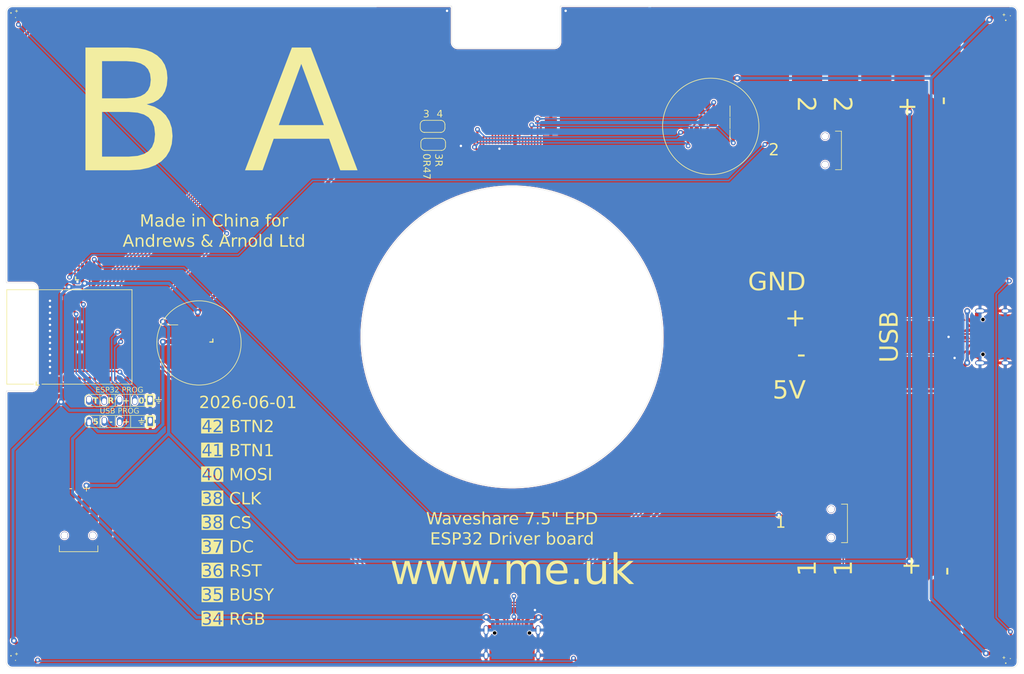
<source format=kicad_pcb>
(kicad_pcb (version 20221018) (generator pcbnew)
  (title_block (title "EPD75") (rev "1") (company "Adrian Kennard, Andrews & Arnold Ltd"))
  (layers (0 "F.Cu" signal) (31 "B.Cu" signal) (34 "B.Paste" user) (35 "F.Paste" user) (36 "B.SilkS" user "B.Silkscreen") (37 "F.SilkS" user "F.Silkscreen") (38 "B.Mask" user) (39 "F.Mask" user) (44 "Edge.Cuts" user))
  (property "DATE" "2023-06-02")
  (net 0 "")
  (net 1 "GND")
  (net 4 "DC")
  (net 6 "Net-(U4-EN)")
  (net 8 "BTN2")
  (net 9 "BTN1")
  (net 14 "Net-(D4-O)")
  (net 16 "+3.3V")
  (net 26 "Net-(J2-0)")
  (net 27 "Net-(J2-Rx)")
  (net 28 "Net-(J2-Tx)")
  (net 29 "D-")
  (net 30 "D+")
  (net 31 "Net-(J1-Pin_24)")
  (net 32 "Net-(D1-A)")
  (net 33 "Net-(J1-Pin_22)")
  (net 34 "Net-(D2-K)")
  (net 35 "Net-(J1-Pin_20)")
  (net 36 "Net-(J1-Pin_19)")
  (net 37 "Net-(J1-Pin_18)")
  (net 38 "Net-(J1-Pin_5)")
  (net 39 "Net-(J1-Pin_4)")
  (net 40 "Net-(D2-A)")
  (net 41 "Net-(D1-K)")
  (net 42 "Net-(J1-Pin_2)")
  (net 43 "Net-(J1-Pin_3)")
  (net 47 "BUSY")
  (net 48 "RST")
  (net 49 "CS")
  (net 50 "CLK")
  (net 51 "MOSI")
  (net 52 "RGB")
  (net 53 "Net-(D5-O)")
  (net 54 "Net-(D10-I)")
  (net 55 "Net-(J1-Pin_8)")
  (net 56 "Net-(J5-CC1)")
  (net 58 "Net-(J5-CC2)")
  (net 60 "Net-(J7-CC1)")
  (net 62 "Net-(J7-CC2)")
  (net 64 "Net-(J4-Pin_2)")
  (net 65 "Net-(J6-Pin_2)")
  (net 66 "Net-(JP2-B)")
  (net 67 "Net-(JP2-A)")
  (net 70 "PWR")
  (net 71 "VBUS")
  (footprint "RevK:C_0402" (layer "F.Cu") (at 99.5 70.2 -90)
    (fp_text reference "C14" hide)
    (fp_text value "100nF 50V" hide)
  )
  (footprint "RevK:C_0402" (layer "F.Cu") (at 104.9 70.2 -90)
    (fp_text reference "C3" hide)
    (fp_text value "1uF 50V" hide)
  )
  (footprint "RevK:C_0402" (layer "F.Cu") (at 24 109 180)
    (fp_text reference "C2" hide)
    (fp_text value "100nF" hide)
  )
  (footprint "RevK:R_0402_" (layer "F.Cu") (at 48.2 97.4)
    (fp_text reference "R9" hide)
    (fp_text value "124k" hide)
  )
  (footprint "RevK:C_0402" (layer "F.Cu") (at 104 70.2 -90)
    (fp_text reference "C4" hide)
    (fp_text value "1uF 50V" hide)
  )
  (footprint "RevK:C_0402" (layer "F.Cu") (at 102.2 70.2 -90)
    (fp_text reference "C11" hide)
    (fp_text value "1uF 50V" hide)
  )
  (footprint "RevK:R_0402" (layer "F.Cu") (at 26.7 88.9 90)
    (fp_text reference "R6" hide)
    (fp_text value "100R" hide)
  )
  (footprint "RevK:SolderPad" (layer "F.Cu") (at 166 55 180)
    (fp_text reference "P8" hide)
    (fp_text value "+" hide)
  )
  (footprint "RevK:ESP32-S3-MINI-1" (layer "F.Cu") (at 29 100 90)
    (fp_text reference "U4" hide)
    (fp_text value "ESP32-S3-MINI-1" hide)
  )
  (footprint "RevK:D_SOD-123" (layer "F.Cu") (at 43.6 99.1 -90)
    (fp_text reference "D6" hide)
    (fp_text value "D")
  )
  (footprint "RevK:SolderPad" (layer "F.Cu") (at 155 145)
    (fp_text reference "P6" hide)
    (fp_text value "1" hide)
  )
  (footprint "RevK:C_0603" (layer "F.Cu") (at 26.225 109)
    (fp_text reference "C5" hide)
    (fp_text value "22uF")
  )
  (footprint "RevK:SOT-323_SC-70-3" (layer "F.Cu") (at 129.75 66.25 -90)
    (fp_text reference "Q1" hide)
    (fp_text value "DMG1012T" hide)
  )
  (footprint "RevK:C_0402" (layer "F.Cu") (at 103.1 70.2 -90)
    (fp_text reference "C7" hide)
    (fp_text value "1uF 50V" hide)
  )
  (footprint "RevK:SolderPad" (layer "F.Cu") (at 155 109 90)
    (fp_text reference "P12" hide)
    (fp_text value "5V" hide)
  )
  (footprint "RevK:R_0402" (layer "F.Cu") (at 25.5 91 180)
    (fp_text reference "R3" hide)
    (fp_text value "10K" hide)
  )
  (footprint "RevK:C_0603_" (layer "F.Cu") (at 48.2 101.3)
    (fp_text reference "C10" hide)
    (fp_text value "100nF")
  )
  (footprint "RevK:PTSM-HH-2-RA-SMD" (layer "F.Cu") (at 153 131 90)
    (fp_text reference "J4" hide)
    (fp_text value "BTN1")
  )
  (footprint "RevK:C_0402" (layer "F.Cu") (at 19.1 153.4 -90)
    (fp_text reference "C26" hide)
    (fp_text value "100nF" hide)
  )
  (footprint "RevK:PTSM-HH-2-RA-SMD" (layer "F.Cu") (at 152 69 90)
    (fp_text reference "J6" hide)
    (fp_text value "BTN2")
  )
  (footprint "RevK:C_0402" (layer "F.Cu") (at 132 66.25 90)
    (fp_text reference "C17" hide)
    (fp_text value "4.7uF" hide)
  )
  (footprint "RevK:SolderPad" (layer "F.Cu") (at 149 145)
    (fp_text reference "P2" hide)
    (fp_text value "1" hide)
  )
  (footprint "RevK:C_0603_" (layer "F.Cu") (at 50.7 100.6 90)
    (fp_text reference "C9" hide)
    (fp_text value "10uF 6.3V")
  )
  (footprint "RevK:C_0402" (layer "F.Cu") (at 101.3 70.2 -90)
    (fp_text reference "C12" hide)
    (fp_text value "1uF 50V" hide)
  )
  (footprint "RevK:SolderPad" (layer "F.Cu") (at 149 55 180)
    (fp_text reference "P1" hide)
    (fp_text value "2" hide)
  )
  (footprint "RevK:USB-C-Socket-H" (layer "F.Cu") (at 100 150.6)
    (fp_text reference "J5" hide)
    (fp_text value "USB-C-Socket-V")
  )
  (footprint "RevK:C_0402" (layer "F.Cu") (at 105.8 70.2 -90)
    (fp_text reference "C1" hide)
    (fp_text value "1uF 50V" hide)
  )
  (footprint "RevK:SolderPad" (layer "F.Cu") (at 172 145)
    (fp_text reference "P3" hide)
    (fp_text value "-" hide)
  )
  (footprint "RevK:SMD1010" (layer "F.Cu") (at 182.425 46.575 90)
    (fp_text reference "D5" hide)
    (fp_text value "XL-1010RGBC-WS2812B" hide)
  )
  (footprint "RevK:C_0402" (layer "F.Cu") (at 25.8 88.9 -90)
    (fp_text reference "C21" hide)
    (fp_text value "33pF" hide)
  )
  (footprint "RevK:R_0402" (layer "F.Cu") (at 95 70.2 90)
    (fp_text reference "R2" hide)
    (fp_text value "10K" hide)
  )
  (footprint "RevK:SolderJumper3" (layer "F.Cu") (at 86.8 65 180)
    (fp_text reference "JP1" hide)
    (fp_text value "SolderJumper_3_Bridged12")
  )
  (footprint "RevK:SolderJumper3" (layer "F.Cu") (at 86.9 68)
    (fp_text reference "JP2" hide)
    (fp_text value "SolderJumper_3_Bridged12")
  )
  (footprint "RevK:R_0402" (layer "F.Cu") (at 101.8 146.1 90)
    (fp_text reference "R13" hide)
    (fp_text value "5k1" hide)
  )
  (footprint "RevK:R_0402" (layer "F.Cu") (at 175.1 101.7 180)
    (fp_text reference "R4" hide)
    (fp_text value "5k1" hide)
  )
  (footprint "RevK:D_SOD-123" (layer "F.Cu") (at 135.1 66.5 180)
    (fp_text reference "D2" hide)
    (fp_text value "1N5819W")
  )
  (footprint "RevK:C_0402" (layer "F.Cu") (at 180.9 153.4 -90)
    (fp_text reference "C25" hide)
    (fp_text value "100nF" hide)
  )
  (footprint "RevK:C_0402" (layer "F.Cu") (at 100.4 70.2 -90)
    (fp_text reference "C13" hide)
    (fp_text value "1uF 50V" hide)
  )
  (footprint "RevK:SMD1010" (layer "F.Cu") (at 17.575 153.425)
    (fp_text reference "D10" hide)
    (fp_text value "XL-1010RGBC-WS2812B" hide)
  )
  (footprint "RevK:R_0402" (layer "F.Cu") (at 175.2 98.1 180)
    (fp_text reference "R5" hide)
    (fp_text value "5k1" hide)
  )
  (footprint "RevK:SolderPad" (layer "F.Cu") (at 155 103 90)
    (fp_text reference "P11" hide)
    (fp_text value "-" hide)
  )
  (footprint "RevK:R_0402" (layer "F.Cu") (at 98.6 146.1 90)
    (fp_text reference "R12" hide)
    (fp_text value "5k1" hide)
  )
  (footprint "RevK:L_4x4_" (layer "F.Cu") (at 48.2 103.9)
    (fp_text reference "L2" hide)
    (fp_text value "10uH")
  )
  (footprint "RevK:R_0402" (layer "F.Cu") (at 30.4 88.9 -90)
    (fp_text reference "R7" hide)
    (fp_text value "100R" hide)
  )
  (footprint "RevK:C_0402" (layer "F.Cu") (at 19 46.6 -90)
    (fp_text reference "C19" hide)
    (fp_text value "100nF" hide)
  )
  (footprint "RevK:PTSM-HH-2-RA-SMD" (layer "F.Cu") (at 28 133)
    (fp_text reference "J8" hide)
    (fp_text value "PWR")
  )
  (footprint "RevK:C_0402" (layer "F.Cu") (at 95.9 70.2 -90)
    (fp_text reference "C16" hide)
    (fp_text value "1uF 50V" hide)
  )
  (footprint "RevK:R_0402_" (layer "F.Cu") (at 46.4 97.4)
    (fp_text reference "R11" hide)
    (fp_text value "1M" hide)
  )
  (footprint "RevK:SolderPad" (layer "F.Cu") (at 155 55 180)
    (fp_text reference "P5" hide)
    (fp_text value "2" hide)
  )
  (footprint "RevK:R_0402" (layer "F.Cu") (at 84.3 68 90)
    (fp_text reference "R1" hide)
    (fp_text value "0.47R" hide)
  )
  (footprint "RevK:C_0402" (layer "F.Cu") (at 96.8 70.2 -90)
    (fp_text reference "C15" hide)
    (fp_text value "1uF 50V" hide)
  )
  (footprint "RevK:SolderPad" (layer "F.Cu") (at 166 145)
    (fp_text reference "P7" hide)
    (fp_text value "+" hide)
  )
  (footprint "RevK:C_0603_" (layer "F.Cu") (at 45.7 100.6 90)
    (fp_text reference "C8" hide)
    (fp_text value "10uF 50V")
  )
  (footprint "RevK:SolderPad" (layer "F.Cu") (at 155 97 90)
    (fp_text reference "P10" hide)
    (fp_text value "+" hide)
  )
  (footprint "RevK:XUNPU-FPC-05FB-24PH20" (layer "F.Cu") (at 99 66 180)
    (fp_text reference "J1" hide)
    (fp_text value "Conn_01x26")
  )
  (footprint "RevK:D_SOD-123" (layer "F.Cu") (at 135.1 64.5 180)
    (fp_text reference "D3" hide)
    (fp_text value "1N5819W")
  )
  (footprint "RevK:R_0402" (layer "F.Cu") (at 89.5 68 -90)
    (fp_text reference "R8" hide)
    (fp_text value "3R" hide)
  )
  (footprint "RevK:SMD1010" (layer "F.Cu") (at 182.425 153.425 90)
    (fp_text reference "D9" hide)
    (fp_text value "XL-1010RGBC-WS2812B" hide)
  )
  (footprint "RevK:R_0402_" (layer "F.Cu") (at 50.1 97.4)
    (fp_text reference "R10" hide)
    (fp_text value "39k2" hide)
  )
  (footprint "RevK:C_0402" (layer "F.Cu") (at 98.6 70.2 90)
    (fp_text reference "C18" hide)
    (fp_text value "10uF" hide)
  )
  (footprint "RevK:SOT-23-6-MD8942" (layer "F.Cu") (at 48.2 99.3)
    (fp_text reference "U3" hide)
    (fp_text value "MD8942")
  )
  (footprint "RevK:SMD1010" (layer "F.Cu") (at 17.575 46.575)
    (fp_text reference "D4" hide)
    (fp_text value "XL-1010RGBC-WS2812B" hide)
  )
  (footprint "RevK:USB-C-Socket-H" (layer "F.Cu") (at 179.6 100 90)
    (fp_text reference "J7" hide)
    (fp_text value "USB-C-Socket-V")
  )
  (footprint "RevK:C_0402" (layer "F.Cu") (at 180.9 46.5 -90)
    (fp_text reference "C24" hide)
    (fp_text value "100nF" hide)
  )
  (footprint "RevK:SolderPad" (layer "F.Cu") (at 172 55 180)
    (fp_text reference "P4" hide)
    (fp_text value "-" hide)
  )
  (footprint "RevK:SolderPad" (layer "F.Cu") (at 155 91 90)
    (fp_text reference "P9" hide)
    (fp_text value "GND" hide)
  )
  (footprint "RevK:USB-PROG" (layer "F.Cu") (at 34.82 114.05)
    (fp_text reference "J3" hide)
    (fp_text value "USB-PROG" hide)
  )
  (footprint "RevK:L_0805" (layer "F.Cu") (at 131.5 63.5 90)
    (fp_text reference "L1" hide)
    (fp_text value "68uH")
  )
  (footprint "RevK:D_SOD-123" (layer "F.Cu") (at 135.1 62.5 180)
    (fp_text reference "D1" hide)
    (fp_text value "1N5819W")
  )
  (footprint "RevK:SOT-363_SC-70-6" (layer "F.Cu") (at 28.65 88.95 90)
    (fp_text reference "D7" hide)
    (fp_text value "BAV99S")
  )
  (footprint "RevK:C_0402" (layer "F.Cu") (at 23.5 91 180)
    (fp_text reference "C6" hide)
    (fp_text value "1uF" hide)
  )
  (footprint "RevK:Shelly" (layer "F.Cu") (at 34.8 110.55)
    (fp_text reference "J2" hide)
    (fp_text value "Shelly" hide)
  )
  (footprint "RevK:C_0402" (layer "F.Cu") (at 31.4 88.9 90)
    (fp_text reference "C22" hide)
    (fp_text value "33pF" hide)
  )
  (gr_circle (center 48 101) (end 55 101) (stroke (width 0.12)) (fill none) (layer "F.SilkS"))
  (gr_circle (center 133 65) (end 141 65) (stroke (width 0.12)) (fill none) (layer "F.SilkS"))
  (gr_arc (start 16 46) (mid 16.292893 45.292893) (end 17 45) (stroke (width 0.05)) (layer "Edge.Cuts"))
  (gr_line (start 90 45) (end 90 51) (stroke (width 0.05)) (layer "Edge.Cuts"))
  (gr_line (start 21.2 92) (end 21.2 108) (stroke (width 0.05)) (layer "Edge.Cuts"))
  (gr_line (start 17 45) (end 90 45) (stroke (width 0.05)) (layer "Edge.Cuts"))
  (gr_line (start 183 155) (end 17 155) (stroke (width 0.05)) (layer "Edge.Cuts"))
  (gr_line (start 91 52) (end 107 52) (stroke (width 0.05)) (layer "Edge.Cuts"))
  (gr_line (start 16 91) (end 20.2 91) (stroke (width 0.05)) (layer "Edge.Cuts"))
  (gr_line (start 108 45) (end 183 45) (stroke (width 0.05)) (layer "Edge.Cuts"))
  (gr_line (start 184 46) (end 184 154) (stroke (width 0.05)) (layer "Edge.Cuts"))
  (gr_arc (start 184 154) (mid 183.707107 154.707107) (end 183 155) (stroke (width 0.05)) (layer "Edge.Cuts"))
  (gr_arc (start 20.2 91) (mid 20.907107 91.292893) (end 21.2 92) (stroke (width 0.05)) (layer "Edge.Cuts"))
  (gr_line (start 16 154) (end 16 109) (stroke (width 0.05)) (layer "Edge.Cuts"))
  (gr_arc (start 108 51) (mid 107.707107 51.707107) (end 107 52) (stroke (width 0.05)) (layer "Edge.Cuts"))
  (gr_arc (start 91 52) (mid 90.292893 51.707107) (end 90 51) (stroke (width 0.05)) (layer "Edge.Cuts"))
  (gr_circle (center 100 100) (end 125 100) (stroke (width 0.05)) (fill none) (layer "Edge.Cuts"))
  (gr_line (start 108 51) (end 108 45) (stroke (width 0.05)) (layer "Edge.Cuts"))
  (gr_line (start 20.2 109) (end 16 109) (stroke (width 0.05)) (layer "Edge.Cuts"))
  (gr_arc (start 21.2 108) (mid 20.907107 108.707107) (end 20.2 109) (stroke (width 0.05)) (layer "Edge.Cuts"))
  (gr_arc (start 17 155) (mid 16.292893 154.707107) (end 16 154) (stroke (width 0.05)) (layer "Edge.Cuts"))
  (gr_arc (start 183 45) (mid 183.707107 45.292893) (end 184 46) (stroke (width 0.05)) (layer "Edge.Cuts"))
  (gr_line (start 16 91) (end 16 46) (stroke (width 0.05)) (layer "Edge.Cuts"))
  (gr_text "3" (at 85.75 63) (layer "F.SilkS") (effects (font (size 1.2 1.2))))
  (gr_text "40" (at 52 123) (layer "F.SilkS" knockout) (effects (font (size 2 2)) (justify right)))
  (gr_text "38" (at 52 131) (layer "F.SilkS" knockout) (effects (font (size 2 2)) (justify right)))
  (gr_text "3R" (at 87.75 69.5 -90) (layer "F.SilkS") (effects (font (size 1.2 1.2)) (justify left)))
  (gr_text "BTN2" (at 53 115) (layer "F.SilkS") (effects (font (size 2 2)) (justify left)))
  (gr_text "4" (at 88 63) (layer "F.SilkS") (effects (font (size 1.2 1.2))))
  (gr_text "34" (at 52 147) (layer "F.SilkS" knockout) (effects (font (size 2 2)) (justify right)))
  (gr_text "41" (at 52 119) (layer "F.SilkS" knockout) (effects (font (size 2 2)) (justify right)))
  (gr_text "A" (at 65 64) (layer "F.SilkS") (effects (font (size 20 20))))
  (gr_text "BTN1" (at 53 119) (layer "F.SilkS") (effects (font (size 2 2)) (justify left)))
  (gr_text "${CURRENT_DATE}" (at 48 111) (layer "F.SilkS") (effects (font (size 2 2)) (justify left)))
  (gr_text "BUSY" (at 53 143) (layer "F.SilkS") (effects (font (size 2 2)) (justify left)))
  (gr_text "0R47" (at 85.75 69.5 -90) (layer "F.SilkS") (effects (font (size 1.2 1.2)) (justify left)))
  (gr_text "CS" (at 53 131) (layer "F.SilkS") (effects (font (size 2 2)) (justify left)))
  (gr_text "38" (at 52 127) (layer "F.SilkS" knockout) (effects (font (size 2 2)) (justify right)))
  (gr_text "1" (at 144.6 130.9) (layer "F.SilkS") (effects (font (size 2 2))))
  (gr_text "36" (at 52 139) (layer "F.SilkS" knockout) (effects (font (size 2 2)) (justify right)))
  (gr_text "CLK" (at 53 127) (layer "F.SilkS") (effects (font (size 2 2)) (justify left)))
  (gr_text "35" (at 52 143) (layer "F.SilkS" knockout) (effects (font (size 2 2)) (justify right)))
  (gr_text "DC" (at 53 135) (layer "F.SilkS") (effects (font (size 2 2)) (justify left)))
  (gr_text "MOSI" (at 53 123) (layer "F.SilkS") (effects (font (size 2 2)) (justify left)))
  (gr_text "+" (at 29.3 125.2) (layer "F.SilkS") (effects (font (size 1.2 1.2))))
  (gr_text "USB" (at 162.8 100 90) (layer "F.SilkS") (effects (font (size 3 3))))
  (gr_text "RGB" (at 53 147) (layer "F.SilkS") (effects (font (size 2 2)) (justify left)))
  (gr_text "2" (at 143.5 69) (layer "F.SilkS") (effects (font (size 2 2))))
  (gr_text "Waveshare 7.5{dblquote} EPD\nESP32 Driver board" (at 100 132) (layer "F.SilkS") (effects (font (size 2 2))))
  (gr_text "B" (at 36 64) (layer "F.SilkS") (effects (font (size 20 20))))
  (gr_text "Made in China for\nAndrews & Arnold Ltd" (at 50.5 82.5) (layer "F.SilkS") (effects (font (size 2 2))))
  (gr_text "42" (at 52 115) (layer "F.SilkS" knockout) (effects (font (size 2 2)) (justify right)))
  (gr_text "37" (at 52 135) (layer "F.SilkS" knockout) (effects (font (size 2 2)) (justify right)))
  (gr_text "RST" (at 53 139) (layer "F.SilkS") (effects (font (size 2 2)) (justify left)))
  (gr_text "www.me.uk" (at 100 139) (layer "F.SilkS") (effects (font (size 5 5))))
  (gr_text "-" (at 26.7 125.2) (layer "F.SilkS") (effects (font (size 1.2 1.2))))
  (segment (start 17.800001 148.8) (end 19.825 150.824999) (width 0.25) (layer "F.Cu") (net 1))
  (segment (start 88.35 64.75) (end 91.56 64.75) (width 0.25) (layer "F.Cu") (net 1))
  (segment (start 17.15 153.85) (end 16.675 153.85) (width 0.25) (layer "F.Cu") (net 1))
  (segment (start 177.72 103.78) (end 177.14 103.2) (width 0.25) (layer "F.Cu") (net 1))
  (segment (start 25.155 88.045) (end 25.85 87.35) (width 0.25) (layer "F.Cu") (net 1))
  (segment (start 25.8 89.4) (end 25.155 88.755) (width 0.25) (layer "F.Cu") (net 1))
  (segment (start 28 90.659527) (end 27.809527 90.85) (width 0.25) (layer "F.Cu") (net 1))
  (segment (start 96.26 148.14) (end 95.68 148.72) (width 0.25) (layer "F.Cu") (net 1))
  (segment (start 103.78 148.72) (end 103.2 148.14) (width 0.25) (layer "F.Cu") (net 1))
  (segment (start 104.32 148.72) (end 103.78 148.72) (width 0.25) (layer "F.Cu") (net 1))
  (segment (start 29.05 87.35) (end 29.3 87.6) (width 0.25) (layer "F.Cu") (net 1))
  (segment (start 177.72 95.68) (end 177.72 96.22) (width 0.25) (layer "F.Cu") (net 1))
  (segment (start 25.155 88.755) (end 25.155 88.045) (width 0.25) (layer "F.Cu") (net 1))
  (segment (start 28 89.9) (end 28 90.659527) (width 0.25) (layer "F.Cu") (net 1))
  (segment (start 96.8 148.14) (end 96.26 148.14) (width 0.25) (layer "F.Cu") (net 1))
  (segment (start 182.85 48.85) (end 183.3 49.3) (width 0.25) (layer "F.Cu") (net 1))
  (segment (start 16.675 153.85) (end 16.4 153.575) (width 0.25) (layer "F.Cu") (net 1))
  (segment (start 182.85 47) (end 182.85 48.85) (width 0.25) (layer "F.Cu") (net 1))
  (segment (start 182.85 153.85) (end 183.325 153.85) (width 0.25) (layer "F.Cu") (net 1))
  (segment (start 29.3 87.6) (end 29.3 88) (width 0.25) (layer "F.Cu") (net 1))
  (segment (start 25.85 87.35) (end 29.05 87.35) (width 0.25) (layer "F.Cu") (net 1))
  (segment (start 16.4 153.575) (end 16.4 150.200001) (width 0.25) (layer "F.Cu") (net 1))
  (segment (start 16.4 150.200001) (end 17.800001 148.8) (width 0.25) (layer "F.Cu") (net 1))
  (segment (start 19.825 150.824999) (end 19.825 153.175) (width 0.25) (layer "F.Cu") (net 1))
  (segment (start 183.325 153.85) (end 183.5 153.675) (width 0.25) (layer "F.Cu") (net 1))
  (segment (start 177.72 104.32) (end 177.72 103.78) (width 0.25) (layer "F.Cu") (net 1))
  (segment (start 177.72 96.22) (end 177.14 96.8) (width 0.25) (layer "F.Cu") (net 1))
  (segment (start 183.5 153.675) (end 183.5 147.7) (width 0.25) (layer "F.Cu") (net 1))
  (segment (start 19.825 153.175) (end 19.1 153.9) (width 0.25) (layer "F.Cu") (net 1))
  (via (at 108.9 45.8) (size 0.8) (drill 0.4) (layers "F.Cu" "B.Cu") (net 1))
  (via (at 172.5 100) (size 0.8) (drill 0.4) (layers "F.Cu" "B.Cu") (net 1))
  (via (at 23.25 104) (size 0.8) (drill 0.4) (layers "F.Cu" "B.Cu") (net 1))
  (via (at 23.25 97) (size 0.8) (drill 0.4) (layers "F.Cu" "B.Cu") (net 1))
  (via (at 23.25 100) (size 0.8) (drill 0.4) (layers "F.Cu" "B.Cu") (net 1))
  (via (at 23.25 94) (size 0.8) (drill 0.4) (layers "F.Cu" "B.Cu") (net 1))
  (via (at 23.25 106) (size 0.8) (drill 0.4) (layers "F.Cu" "B.Cu") (net 1))
  (via (at 103.8 145.4) (size 0.8) (drill 0.4) (layers "F.Cu" "B.Cu") (net 1))
  (via (at 173.5 103.5) (size 0.8) (drill 0.4) (layers "F.Cu" "B.Cu") (net 1))
  (via (at 89.2 45.8) (size 0.8) (drill 0.4) (layers "F.Cu" "B.Cu") (net 1))
  (via (at 23.25 99) (size 0.8) (drill 0.4) (layers "F.Cu" "B.Cu") (net 1))
  (via (at 23.25 105) (size 0.8) (drill 0.4) (layers "F.Cu" "B.Cu") (net 1))
  (via (at 23.25 102) (size 0.8) (drill 0.4) (layers "F.Cu" "B.Cu") (net 1))
  (via (at 23.25 96) (size 0.8) (drill 0.4) (layers "F.Cu" "B.Cu") (net 1))
  (via (at 23.25 101) (size 0.8) (drill 0.4) (layers "F.Cu" "B.Cu") (net 1))
  (via (at 27.809527 90.85) (size 0.8) (drill 0.4) (layers "F.Cu" "B.Cu") (net 1))
  (via (at 23.25 103) (size 0.8) (drill 0.4) (layers "F.Cu" "B.Cu") (net 1))
  (via (at 23.25 98) (size 0.8) (drill 0.4) (layers "F.Cu" "B.Cu") (net 1))
  (via (at 23.25 95) (size 0.8) (drill 0.4) (layers "F.Cu" "B.Cu") (net 1))
  (via (at 91.5 68.25) (size 0.8) (drill 0.4) (layers "F.Cu" "B.Cu") (net 1))
  (via (at 97.9 68.725) (size 0.8) (drill 0.4) (layers "F.Cu" "B.Cu") (net 1))
  (segment (start 98.25 67.3) (end 98.25 66.022792) (width 0.25) (layer "F.Cu") (net 4))
  (segment (start 33.25 91.377208) (end 33.25 93) (width 0.25) (layer "F.Cu") (net 4))
  (segment (start 62.802208 61.825) (end 94.052208 61.825) (width 0.25) (layer "F.Cu") (net 4))
  (segment (start 62.802208 61.825) (end 33.25 91.377208) (width 0.25) (layer "F.Cu") (net 4))
  (segment (start 98.25 66.022792) (end 94.052208 61.825) (width 0.25) (layer "F.Cu") (net 4))
  (segment (start 23.05 93) (end 23.05 91.95) (width 0.25) (layer "F.Cu") (net 6))
  (segment (start 24 91) (end 25 91) (width 0.25) (layer "F.Cu") (net 6))
  (segment (start 23.05 91.95) (end 24 91) (width 0.25) (layer "F.Cu") (net 6))
  (segment (start 27.4 88) (end 27.4 90.234222) (width 0.25) (layer "F.Cu") (net 8))
  (segment (start 28.25191 91.60191) (end 29 92.35) (width 0.25) (layer "F.Cu") (net 8))
  (segment (start 27.084527 91.177215) (end 27.509222 91.60191) (width 0.25) (layer "F.Cu") (net 8))
  (segment (start 27.1 88) (end 26.7 88.4) (width 0.25) (layer "F.Cu") (net 8))
  (segment (start 27.084527 90.549695) (end 27.084527 91.177215) (width 0.25) (layer "F.Cu") (net 8))
  (segment (start 27.4 90.234222) (end 27.084527 90.549695) (width 0.25) (layer "F.Cu") (net 8))
  (segment (start 27.509222 91.60191) (end 28.25191 91.60191) (width 0.25) (layer "F.Cu") (net 8))
  (segment (start 28 88) (end 27.4 88) (width 0.25) (layer "F.Cu") (net 8))
  (segment (start 27.4 88) (end 27.1 88) (width 0.25) (layer "F.Cu") (net 8))
  (segment (start 26.7 88.4) (end 25.8 88.4) (width 0.25) (layer "F.Cu") (net 8))
  (segment (start 29 92.35) (end 29 93) (width 0.25) (layer "F.Cu") (net 8))
  (segment (start 29.85 90.45) (end 29.85 93) (width 0.25) (layer "F.Cu") (net 9))
  (segment (start 29.8 89.4) (end 29.3 89.9) (width 0.25) (layer "F.Cu") (net 9))
  (segment (start 30.4 89.4) (end 29.8 89.4) (width 0.25) (layer "F.Cu") (net 9))
  (segment (start 31.4 89.4) (end 30.4 89.4) (width 0.25) (layer "F.Cu") (net 9))
  (segment (start 29.3 89.9) (end 29.85 90.45) (width 0.25) (layer "F.Cu") (net 9))
  (segment (start 182.501988 45.326988) (end 182.85 45.675) (width 0.25) (layer "F.Cu") (net 14))
  (segment (start 85.4 53.8) (end 114.725 53.8) (width 0.25) (layer "F.Cu") (net 14))
  (segment (start 182.85 45.675) (end 182.85 46.15) (width 0.25) (layer "F.Cu") (net 14))
  (segment (start 114.725 53.8) (end 123.198012 45.326988) (width 0.25) (layer "F.Cu") (net 14))
  (segment (start 17.15 46.15) (end 17.15 45.675) (width 0.25) (layer "F.Cu") (net 14))
  (segment (start 123.198012 45.326988) (end 182.501988 45.326988) (width 0.25) (layer "F.Cu") (net 14))
  (segment (start 17.32 45.505) (end 77.105 45.505) (width 0.25) (layer "F.Cu") (net 14))
  (segment (start 17.15 45.675) (end 17.32 45.505) (width 0.25) (layer "F.Cu") (net 14))
  (segment (start 77.105 45.505) (end 85.4 53.8) (width 0.25) (layer "F.Cu") (net 14))
  (segment (start 28.65 89.9) (end 28.65 90.725) (width 0.5) (layer "F.Cu") (net 16))
  (segment (start 18.1 152.9) (end 18 153) (width 0.5) (layer "F.Cu") (net 16))
  (segment (start 19 46.1) (end 19.7 46.1) (width 0.5) (layer "F.Cu") (net 16))
  (segment (start 47.8 95.9) (end 47.8 97.3) (width 0.5) (layer "F.Cu") (net 16))
  (segment (start 26 91) (end 26 90.852685) (width 0.5) (layer "F.Cu") (net 16))
  (segment (start 82.5 65) (end 81.5 66) (width 0.5) (layer "F.Cu") (net 16))
  (segment (start 182 46.15) (end 181.05 46.15) (width 0.5) (layer "F.Cu") (net 16))
  (segment (start 181 153) (end 180.9 152.9) (width 0.5) (layer "F.Cu") (net 16))
  (segment (start 19.7 46.1) (end 19.9 46.3) (width 0.5) (layer "F.Cu") (net 16))
  (segment (start 26 91) (end 26 91.3) (width 0.5) (layer "F.Cu") (net 16))
  (segment (start 107.5 57) (end 100.5 64) (width 0.5) (layer "F.Cu") (net 16))
  (segment (start 19.1 152.9) (end 18.1 152.9) (width 0.5) (layer "F.Cu") (net 16))
  (segment (start 17 81.852685) (end 17 52) (width 0.5) (layer "F.Cu") (net 16))
  (segment (start 26 90.852685) (end 17 81.852685) (width 0.5) (layer "F.Cu") (net 16))
  (segment (start 25.45 109) (end 24.5 109) (width 0.25) (layer "F.Cu") (net 16))
  (segment (start 97.198657 71.448657) (end 81.5 71.448657) (width 0.5) (layer "F.Cu") (net 16))
  (segment (start 85.5 65) (end 82.5 65) (width 0.5) (layer "F.Cu") (net 16))
  (segment (start 26 91.3) (end 26.4 91.7) (width 0.5) (layer "F.Cu") (net 16))
  (segment (start 25.45 110.45) (end 25.45 109) (width 0.5) (layer "F.Cu") (net 16))
  (segment (start 179.3 47.3) (end 180.6 46) (width 0.5) (layer "F.Cu") (net 16))
  (segment (start 100.5 68.1) (end 99.5 69.1) (width 0.5) (layer "F.Cu") (net 16))
  (segment (start 97.198657 71.448657) (end 97.57 71.077315) (width 0.5) (layer "F.Cu") (net 16))
  (segment (start 178.7 152.6) (end 180.6 152.6) (width 0.5) (layer "F.Cu") (net 16))
  (segment (start 28.659527 90.759527) (end 29 91.1) (width 0.5) (layer "F.Cu") (net 16))
  (segment (start 100.5 64) (end 100.5 67.3) (width 0.5) (layer "F.Cu") (net 16))
  (segment (start 28.65 90.725) (end 28.659527 90.734527) (width 0.5) (layer "F.Cu") (net 16))
  (segment (start 99.5 69.1) (end 99.5 69.7) (width 0.5) (layer "F.Cu") (net 16))
  (segment (start 81.5 66) (end 81.5 71.448657) (width 0.5) (layer "F.Cu") (net 16))
  (segment (start 180.6 152.6) (end 180.9 152.9) (width 0.5) (layer "F.Cu") (net 16))
  (segment (start 98.6 69.7) (end 99.5 69.7) (width 0.5) (layer "F.Cu") (net 16))
  (segment (start 180.6 46) (end 180.9 46) (width 0.5) (layer "F.Cu") (net 16))
  (segment (start 47.8 95.9) (end 72.251343 71.448657) (width 0.5) (layer "F.Cu") (net 16))
  (segment (start 181.05 46.15) (end 180.9 46) (width 0.5) (layer "F.Cu") (net 16))
  (segment (start 18 153) (end 18 151.23361) (width 0.5) (layer "F.Cu") (net 16))
  (segment (start 182 153) (end 181 153) (width 0.5) (layer "F.Cu") (net 16))
  (segment (start 18.95 46.15) (end 19 46.1) (width 0.5) (layer "F.Cu") (net 16))
  (segment (start 18 151.23361) (end 17.266559 150.500169) (width 0.5) (layer "F.Cu") (net 16))
  (segment (start 17 52) (end 19.9 49.1) (width 0.5) (layer "F.Cu") (net 16))
  (segment (start 19.9 46.3) (end 19.9 49.1) (width 0.5) (layer "F.Cu") (net 16))
  (segment (start 131.5 57) (end 107.5 57) (width 0.5) (layer "F.Cu") (net 16))
  (segment (start 137.4 57) (end 131.5 57) (width 0.5) (layer "F.Cu") (net 16))
  (segment (start 25.1 110.8) (end 25.45 110.45) (width 0.5) (layer "F.Cu") (net 16))
  (segment (start 81.5 71.448657) (end 72.251343 71.448657) (width 0.5) (layer "F.Cu") (net 16))
  (segment (start 47.8 97.3) (end 47.7 97.4) (width 0.5) (layer "F.Cu") (net 16))
  (segment (start 97.57 71.077315) (end 97.57 70.582685) (width 0.5) (layer "F.Cu") (net 16))
  (segment (start 18 46.15) (end 18.95 46.15) (width 0.5) (layer "F.Cu") (net 16))
  (segment (start 97.57 70.582685) (end 98.452685 69.7) (width 0.5) (layer "F.Cu") (net 16))
  (segment (start 24.75 108.75) (end 24.5 109) (width 0.25) (layer "F.Cu") (net 16))
  (segment (start 24.75 107) (end 24.75 108.75) (width 0.25) (layer "F.Cu") (net 16))
  (segment (start 100.5 67.3) (end 100.25 67.3) (width 0.25) (layer "F.Cu") (net 16))
  (segment (start 28.659527 90.734527) (end 28.659527 90.759527) (width 0.5) (layer "F.Cu") (net 16))
  (segment (start 131.5 62.6) (end 131.5 57) (width 0.5) (layer "F.Cu") (net 16))
  (segment (start 98.452685 69.7) (end 98.6 69.7) (width 0.5) (layer "F.Cu") (net 16))
  (segment (start 100.5 67.3) (end 100.5 68.1) (width 0.5) (layer "F.Cu") (net 16))
  (segment (start 28.65 89.9) (end 28.65 88) (width 0.5) (layer "F.Cu") (net 16))
  (segment (start 100.75 67.3) (end 100.5 67.3) (width 0.25) (layer "F.Cu") (net 16))
  (via (at 47.8 95.9) (size 1) (drill 0.5) (layers "F.Cu" "B.Cu") (net 16))
  (via (at 26.4 91.7) (size 1) (drill 0.5) (layers "F.Cu" "B.Cu") (net 16))
  (via (at 178.7 152.6) (size 1) (drill 0.5) (layers "F.Cu" "B.Cu") (net 16))
  (via (at 179.3 47.3) (size 1) (drill 0.5) (layers "F.Cu" "B.Cu") (net 16))
  (via (at 137.4 57) (size 1) (drill 0.5) (layers "F.Cu" "B.Cu") (net 16))
  (via (at 29 91.1) (size 1) (drill 0.5) (layers "F.Cu" "B.Cu") (net 16))
  (via (at 17.266559 150.500169) (size 1) (drill 0.5) (layers "F.Cu" "B.Cu") (net 16))
  (via (at 25.1 110.8) (size 1) (drill 0.5) (layers "F.Cu" "B.Cu") (net 16))
  (segment (start 17.1 118.8) (end 17.1 150.33361) (width 0.5) (layer "B.Cu") (net 16))
  (segment (start 25.1 93) (end 26.4 91.7) (width 0.5) (layer "B.Cu") (net 16))
  (segment (start 29 91.1) (end 43 91.1) (width 0.5) (layer "B.Cu") (net 16))
  (segment (start 26.5 112.2) (end 25.1 110.8) (width 0.5) (layer "B.Cu") (net 16))
  (segment (start 25.1 110.8) (end 25.1 93) (width 0.5) (layer "B.Cu") (net 16))
  (segment (start 169.6 57) (end 169.6 143.5) (width 0.5) (layer "B.Cu") (net 16))
  (segment (start 34.8 110.4) (end 33 112.2) (width 0.5) (layer "B.Cu") (net 16))
  (segment (start 17.1 150.33361) (end 17.266559 150.500169) (width 0.5) (layer "B.Cu") (net 16))
  (segment (start 169.6 57) (end 179.3 47.3) (width 0.5) (layer "B.Cu") (net 16))
  (segment (start 25.1 110.8) (end 17.1 118.8) (width 0.5) (layer "B.Cu") (net 16))
  (segment (start 33 112.2) (end 26.5 112.2) (width 0.5) (layer "B.Cu") (net 16))
  (segment (start 43 91.1) (end 47.8 95.9) (width 0.5) (layer "B.Cu") (net 16))
  (segment (start 28.4 91.7) (end 26.4 91.7) (width 0.5) (layer "B.Cu") (net 16))
  (segment (start 29 91.1) (end 28.4 91.7) (width 0.5) (layer "B.Cu") (net 16))
  (segment (start 169.6 143.5) (end 178.7 152.6) (width 0.5) (layer "B.Cu") (net 16))
  (segment (start 137.4 57) (end 169.6 57) (width 0.5) (layer "B.Cu") (net 16))
  (segment (start 26.25 105.7) (end 34.3 105.7) (width 0.25) (layer "F.Cu") (net 26))
  (segment (start 25.6 106.35) (end 26.25 105.7) (width 0.25) (layer "F.Cu") (net 26))
  (segment (start 25.6 107) (end 25.6 106.35) (width 0.25) (layer "F.Cu") (net 26))
  (segment (start 34.3 105.7) (end 34.422334 105.822334) (width 0.25) (layer "F.Cu") (net 26))
  (segment (start 34.422334 105.822334) (end 34.84764 105.822334) (width 0.25) (layer "F.Cu") (net 26))
  (via (at 34.84764 105.822334) (size 0.8) (drill 0.4) (layers "F.Cu" "B.Cu") (net 26))
  (segment (start 37.34 108.314694) (end 34.84764 105.822334) (width 0.25) (layer "B.Cu") (net 26))
  (segment (start 37.34 110.7) (end 37.34 108.314694) (width 0.25) (layer "B.Cu") (net 26))
  (segment (start 27.3 95.9) (end 27.6 96.2) (width 0.25) (layer "F.Cu") (net 27))
  (segment (start 27.3 93) (end 27.3 95.9) (width 0.25) (layer "F.Cu") (net 27))
  (via (at 27.6 96.2) (size 0.8) (drill 0.4) (layers "F.Cu" "B.Cu") (net 27))
  (segment (start 27.6 106.04) (end 32.26 110.7) (width 0.25) (layer "B.Cu") (net 27))
  (segment (start 27.6 96.2) (end 27.6 106.04) (width 0.25) (layer "B.Cu") (net 27))
  (segment (start 28.15 93) (end 28.15 93.95) (width 0.25) (layer "F.Cu") (net 28))
  (segment (start 28.15 93.95) (end 28.8 94.6) (width 0.25) (layer "F.Cu") (net 28))
  (via (at 28.8 94.6) (size 0.8) (drill 0.4) (layers "F.Cu" "B.Cu") (net 28))
  (segment (start 28.8 105.4) (end 28.8 94.6) (width 0.25) (layer "B.Cu") (net 28))
  (segment (start 33.035 109.635) (end 28.8 105.4) (width 0.25) (layer "B.Cu") (net 28))
  (segment (start 29.72 110.4) (end 30.945 111.625) (width 0.25) (layer "B.Cu") (net 28))
  (segment (start 30.945 111.625) (end 32.581016 111.625) (width 0.25) (layer "B.Cu") (net 28))
  (segment (start 32.581016 111.625) (end 33.035 111.171016) (width 0.25) (layer "B.Cu") (net 28))
  (segment (start 33.035 111.171016) (end 33.035 109.635) (width 0.25) (layer "B.Cu") (net 28))
  (segment (start 99.990685 149.035) (end 100.25 148.775685) (width 0.25) (layer "F.Cu") (net 29))
  (segment (start 81.25 144.6) (end 99.8 144.6) (width 0.25) (layer "F.Cu") (net 29))
  (segment (start 36 100) (end 36.65 100) (width 0.25) (layer "F.Cu") (net 29))
  (segment (start 155 103) (end 171.75 103) (width 0.2) (layer "F.Cu") (net 29))
  (segment (start 99.2 144.6) (end 99.8 144.6) (width 0.25) (layer "F.Cu") (net 29))
  (segment (start 147.75 103) (end 155 103) (width 0.25) (layer "F.Cu") (net 29))
  (segment (start 177.14 100.75) (end 174 100.75) (width 0.25) (layer "F.Cu") (net 29))
  (segment (start 99.25 148.86) (end 99.425 149.035) (width 0.25) (layer "F.Cu") (net 29))
  (segment (start 171.75 103) (end 174 100.75) (width 0.2) (layer "F.Cu") (net 29))
  (segment (start 99.25 148.14) (end 99.25 148.86) (width 0.25) (layer "F.Cu") (net 29))
  (segment (start 36.65 100) (end 81.25 144.6) (width 0.25) (layer "F.Cu") (net 29))
  (segment (start 177.14 99.75) (end 177.775685 99.75) (width 0.25) (layer "F.Cu") (net 29))
  (segment (start 99.425 149.035) (end 99.990685 149.035) (width 0.25) (layer "F.Cu") (net 29))
  (segment (start 106.15 144.6) (end 147.75 103) (width 0.25) (layer "F.Cu") (net 29))
  (segment (start 177.775685 99.75) (end 178.035 100.009315) (width 0.25) (layer "F.Cu") (net 29))
  (segment (start 36 100) (end 35.35 100) (width 0.25) (layer "F.Cu") (net 29))
  (segment (start 100.25 148.775685) (end 100.25 148.14) (width 0.25) (layer "F.Cu") (net 29))
  (segment (start 35.35 100) (end 35.000498 100.349502) (width 0.25) (layer "F.Cu") (net 29))
  (segment (start 99.8 144.6) (end 106.15 144.6) (width 0.25) (layer "F.Cu") (net 29))
  (segment (start 99.25 144.65) (end 99.2 144.6) (width 0.25) (layer "F.Cu") (net 29))
  (segment (start 178.035 100.490685) (end 177.775685 100.75) (width 0.25) (layer "F.Cu") (net 29))
  (segment (start 99.25 144.65) (end 99.25 148.14) (width 0.25) (layer "F.Cu") (net 29))
  (segment (start 35.000498 100.349502) (end 35.000498 100.8) (width 0.25) (layer "F.Cu") (net 29))
  (segment (start 178.035 100.009315) (end 178.035 100.490685) (width 0.25) (layer "F.Cu") (net 29))
  (segment (start 177.775685 100.75) (end 177.14 100.75) (width 0.25) (layer "F.Cu") (net 29))
  (via (at 35.000498 100.8) (size 0.8) (drill 0.4) (layers "F.Cu" "B.Cu") (net 29))
  (segment (start 36.05 114.216016) (end 35.141016 115.125) (width 0.25) (layer "B.Cu") (net 29))
  (segment (start 33.505 115.125) (end 32.28 113.9) (width 0.25) (layer "B.Cu") (net 29))
  (segment (start 36.05 109.213604) (end 36.05 114.216016) (width 0.25) (layer "B.Cu") (net 29))
  (segment (start 34 101.800498) (end 34 107.163604) (width 0.25) (layer "B.Cu") (net 29))
  (segment (start 35.141016 115.125) (end 33.505 115.125) (width 0.25) (layer "B.Cu") (net 29))
  (segment (start 34 107.163604) (end 36.05 109.213604) (width 0.25) (layer "B.Cu") (net 29))
  (segment (start 35.000498 100.8) (end 34 101.800498) (width 0.25) (layer "B.Cu") (net 29))
  (segment (start 100.3 147.245) (end 100.490685 147.245) (width 0.25) (layer "F.Cu") (net 30))
  (segment (start 99.75 147.504315) (end 100.009315 147.245) (width 0.25) (layer "F.Cu") (net 30))
  (segment (start 100.009315 147.245) (end 100.3 147.245) (width 0.25) (layer "F.Cu") (net 30))
  (segment (start 81.65 144.15) (end 100.25 144.15) (width 0.25) (layer "F.Cu") (net 30))
  (segment (start 99.75 148.14) (end 99.75 147.504315) (width 0.25) (layer "F.Cu") (net 30))
  (segment (start 176.504315 99.25) (end 176.245 99.509315) (width 0.25) (layer "F.Cu") (net 30))
  (segment (start 176.504315 100.25) (end 177.14 100.25) (width 0.25) (layer "F.Cu") (net 30))
  (segment (start 100.3 144.1) (end 100.25 144.15) (width 0.25) (layer "F.Cu") (net 30))
  (segment (start 174 99.509315) (end 176.245 99.509315) (width 0.25) (layer "F.Cu") (net 30))
  (segment (start 105.85 144.15) (end 153 97) (width 0.25) (layer "F.Cu") (net 30))
  (segment (start 100.3 143.1) (end 100.3 144.1) (width 0.25) (layer "F.Cu") (net 30))
  (segment (start 81.65 144.15) (end 36.65 99.15) (width 0.25) (layer "F.Cu") (net 30))
  (segment (start 100.490685 147.245) (end 100.75 147.504315) (width 0.25) (layer "F.Cu") (net 30))
  (segment (start 176.245 99.509315) (end 176.245 99.990685) (width 0.25) (layer "F.Cu") (net 30))
  (segment (start 34.55 99.15) (end 34.5 99.2) (width 0.25) (layer "F.Cu") (net 30))
  (segment (start 100.25 144.15) (end 105.85 144.15) (width 0.25) (layer "F.Cu") (net 30))
  (segment (start 177.14 99.25) (end 176.504315 99.25) (width 0.25) (layer "F.Cu") (net 30))
  (segment (start 100.3 147.245) (end 100.3 146.5) (width 0.25) (layer "F.Cu") (net 30))
  (segment (start 176.245 99.990685) (end 176.504315 100.25) (width 0.25) (layer "F.Cu") (net 30))
  (segment (start 36 99.15) (end 34.55 99.15) (width 0.25) (layer "F.Cu") (net 30))
  (segment (start 100.75 147.504315) (end 100.75 148.14) (width 0.25) (layer "F.Cu") (net 30))
  (segment (start 155 97) (end 171.490685 97) (width 0.2) (layer "F.Cu") (net 30))
  (segment (start 171.490685 97) (end 174 99.509315) (width 0.2) (layer "F.Cu") (net 30))
  (segment (start 36.65 99.15) (end 36 99.15) (width 0.25) (layer "F.Cu") (net 30))
  (via (at 100.3 146.5) (size 0.8) (drill 0.4) (layers "F.Cu" "B.Cu") (net 30))
  (via (at 100.3 143.1) (size 0.8) (drill 0.4) (layers "F.Cu" "B.Cu") (net 30))
  (via (at 34.5 99.2) (size 0.8) (drill 0.4) (layers "F.Cu" "B.Cu") (net 30))
  (segment (start 100.3 146.5) (end 100.3 143.1) (width 0.25) (layer "B.Cu") (net 30))
  (segment (start 35.575 109.375) (end 35.575 113.445) (width 0.25) (layer "B.Cu") (net 30))
  (segment (start 35.575 113.445) (end 34.82 114.2) (width 0.25) (layer "B.Cu") (net 30))
  (segment (start 33.5 107.3) (end 35.575 109.375) (width 0.25) (layer "B.Cu") (net 30))
  (segment (start 34.5 99.2) (end 33.5 100.2) (width 0.25) (layer "B.Cu") (net 30))
  (segment (start 33.5 100.2) (end 33.5 107.3) (width 0.25) (layer "B.Cu") (net 30))
  (segment (start 104.75 67.3) (end 104.75 68.25) (width 0.25) (layer "F.Cu") (net 31))
  (segment (start 104.75 68.25) (end 105.8 69.3) (width 0.25) (layer "F.Cu") (net 31))
  (segment (start 105.8 69.3) (end 105.8 69.7) (width 0.25) (layer "F.Cu") (net 31))
  (segment (start 133.5 61) (end 133.5 62.45) (width 0.25) (layer "F.Cu") (net 32))
  (segment (start 104.25 67.3) (end 104.25 63.75) (width 0.25) (layer "F.Cu") (net 32))
  (segment (start 104.9 69.25) (end 104.25 68.6) (width 0.25) (layer "F.Cu") (net 32))
  (segment (start 104.25 67.3) (end 104.25 68.6) (width 0.25) (layer "F.Cu") (net 32))
  (segment (start 104.9 69.7) (end 104.9 69.25) (width 0.25) (layer "F.Cu") (net 32))
  (via (at 104.25 63.75) (size 0.8) (drill 0.4) (layers "F.Cu" "B.Cu") (net 32))
  (via (at 133.5 61) (size 0.8) (drill 0.4) (layers "F.Cu" "B.Cu") (net 32))
  (segment (start 130.75 63.75) (end 133.5 61) (width 0.25) (layer "B.Cu") (net 32))
  (segment (start 104.25 63.75) (end 130.75 63.75) (width 0.25) (layer "B.Cu") (net 32))
  (segment (start 103.75 67.3) (end 103.75 68.8) (width 0.25) (layer "F.Cu") (net 33))
  (segment (start 104 69.05) (end 103.75 68.8) (width 0.25) (layer "F.Cu") (net 33))
  (segment (start 104 69.7) (end 104 69.05) (width 0.25) (layer "F.Cu") (net 33))
  (segment (start 136.75 67.75) (end 136.75 66.5) (width 0.25) (layer "F.Cu") (net 34))
  (segment (start 103.25 67.3) (end 103.25 68.9) (width 0.25) (layer "F.Cu") (net 34))
  (segment (start 103.1 69.05) (end 103.25 68.9) (width 0.25) (layer "F.Cu") (net 34))
  (segment (start 103.25 67.3) (end 103.25 64.75) (width 0.25) (layer "F.Cu") (net 34))
  (segment (start 103.1 69.7) (end 103.1 69.05) (width 0.25) (layer "F.Cu") (net 34))
  (via (at 103.25 64.75) (size 0.8) (drill 0.4) (layers "F.Cu" "B.Cu") (net 34))
  (via (at 136.75 67.75) (size 0.8) (drill 0.4) (layers "F.Cu" "B.Cu") (net 34))
  (segment (start 134 65) (end 136.75 67.75) (width 0.25) (layer "B.Cu") (net 34))
  (segment (start 103.25 64.75) (end 103.5 65) (width 0.25) (layer "B.Cu") (net 34))
  (segment (start 103.5 65) (end 134 65) (width 0.25) (layer "B.Cu") (net 34))
  (segment (start 102.2 69.119462) (end 102.2 69.7) (width 0.25) (layer "F.Cu") (net 35))
  (segment (start 102.75 67.3) (end 102.75 68.569462) (width 0.25) (layer "F.Cu") (net 35))
  (segment (start 102.75 68.569462) (end 102.2 69.119462) (width 0.25) (layer "F.Cu") (net 35))
  (segment (start 102.25 67.3) (end 102.25 68.415858) (width 0.25) (layer "F.Cu") (net 36))
  (segment (start 101.3 69.365858) (end 101.3 69.7) (width 0.25) (layer "F.Cu") (net 36))
  (segment (start 102.25 68.415858) (end 101.3 69.365858) (width 0.25) (layer "F.Cu") (net 36))
  (segment (start 101.75 68.15) (end 100.4 69.5) (width 0.25) (layer "F.Cu") (net 37))
  (segment (start 101.75 67.3) (end 101.75 68.15) (width 0.25) (layer "F.Cu") (net 37))
  (segment (start 100.4 69.5) (end 100.4 69.7) (width 0.25) (layer "F.Cu") (net 37))
  (segment (start 95.25 68.079462) (end 96.8 69.629462) (width 0.25) (layer "F.Cu") (net 38))
  (segment (start 95.25 67.3) (end 95.25 68.079462) (width 0.25) (layer "F.Cu") (net 38))
  (segment (start 94.75 67.3) (end 94.75 68.479462) (width 0.25) (layer "F.Cu") (net 39))
  (segment (start 94.75 68.479462) (end 95.9 69.629462) (width 0.25) (layer "F.Cu") (net 39))
  (segment (start 131.355 66.105) (end 132 66.75) (width 0.25) (layer "F.Cu") (net 40))
  (segment (start 132 66.75) (end 133.2 66.75) (width 0.25) (layer "F.Cu") (net 40))
  (segment (start 131.355 64.545) (end 131.355 66.105) (width 0.25) (layer "F.Cu") (net 40))
  (segment (start 131.5 64.4) (end 130.65 64.4) (width 0.25) (layer "F.Cu") (net 40))
  (segment (start 130.65 64.4) (end 129.75 65.3) (width 0.25) (layer "F.Cu") (net 40))
  (segment (start 133.25 64.5) (end 132 65.75) (width 0.25) (layer "F.Cu") (net 41))
  (segment (start 134.75 64.5) (end 133.45 64.5) (width 0.25) (layer "F.Cu") (net 41))
  (segment (start 136.75 62.5) (end 134.75 64.5) (width 0.25) (layer "F.Cu") (net 41))
  (segment (start 129.25 67.35) (end 129.1 67.2) (width 0.25) (layer "F.Cu") (net 42))
  (segment (start 129.25 68.25) (end 129.25 67.35) (width 0.25) (layer "F.Cu") (net 42))
  (segment (start 93.75 67.3) (end 93.75 68.45) (width 0.25) (layer "F.Cu") (net 42))
  (segment (start 93.75 68.45) (end 95 69.7) (width 0.25) (layer "F.Cu") (net 42))
  (via (at 93.75 68.45) (size 0.8) (drill 0.4) (layers "F.Cu" "B.Cu") (net 42))
  (via (at 129.25 68.25) (size 0.8) (drill 0.4) (layers "F.Cu" "B.Cu") (net 42))
  (segment (start 128.75 67.75) (end 129.25 68.25) (width 0.25) (layer "B.Cu") (net 42))
  (segment (start 93.75 68.45) (end 94.45 67.75) (width 0.25) (layer "B.Cu") (net 42))
  (segment (start 94.45 67.75) (end 128.75 67.75) (width 0.25) (layer "B.Cu") (net 42))
  (segment (start 94.25 67.3) (end 94.25 65.5) (width 0.25) (layer "F.Cu") (net 43))
  (segment (start 92.775 66.325) (end 92.195 66.905) (width 0.25) (layer "F.Cu") (net 43))
  (segment (start 86.9 68) (end 86.9 67) (width 0.25) (layer "F.Cu") (net 43))
  (segment (start 130.4 67.2) (end 129.2 66) (width 0.25) (layer "F.Cu") (net 43))
  (segment (start 86.995 66.905) (end 92.195 66.905) (width 0.25) (layer "F.Cu") (net 43))
  (segment (start 94.225 66.325) (end 92.775 66.325) (width 0.25) (layer "F.Cu") (net 43))
  (segment (start 129.2 66) (end 128 66) (width 0.25) (layer "F.Cu") (net 43))
  (segment (start 94.25 67.3) (end 94.25 66.35) (width 0.25) (layer "F.Cu") (net 43))
  (segment (start 86.9 67) (end 86.995 66.905) (width 0.25) (layer "F.Cu") (net 43))
  (segment (start 94.25 66.35) (end 94.225 66.325) (width 0.25) (layer "F.Cu") (net 43))
  (via (at 94.25 65.5) (size 0.8) (drill 0.4) (layers "F.Cu" "B.Cu") (net 43))
  (via (at 128 66) (size 0.8) (drill 0.4) (layers "F.Cu" "B.Cu") (net 43))
  (segment (start 95.5 66.75) (end 94.25 65.5) (width 0.25) (layer "B.Cu") (net 43))
  (segment (start 128 66) (end 127.25 66.75) (width 0.25) (layer "B.Cu") (net 43))
  (segment (start 127.25 66.75) (end 95.5 66.75) (width 0.25) (layer "B.Cu") (net 43))
  (segment (start 63.175 62.725) (end 34.95 90.95) (width 0.25) (layer "F.Cu") (net 47))
  (segment (start 34.95 90.95) (end 34.95 93) (width 0.25) (layer "F.Cu") (net 47))
  (segment (start 63.175 62.725) (end 93.679416 62.725) (width 0.25) (layer "F.Cu") (net 47))
  (segment (start 97.25 66.295584) (end 93.679416 62.725) (width 0.25) (layer "F.Cu") (net 47))
  (segment (start 97.25 67.3) (end 97.25 66.295584) (width 0.25) (layer "F.Cu") (net 47))
  (segment (start 62.988604 62.275) (end 34.1 91.163604) (width 0.25) (layer "F.Cu") (net 48))
  (segment (start 62.988604 62.275) (end 93.865812 62.275) (width 0.25) (layer "F.Cu") (net 48))
  (segment (start 97.75 67.3) (end 97.75 66.159188) (width 0.25) (layer "F.Cu") (net 48))
  (segment (start 97.75 66.159188) (end 93.865812 62.275) (width 0.25) (layer "F.Cu") (net 48))
  (segment (start 34.1 91.163604) (end 34.1 93) (width 0.25) (layer "F.Cu") (net 48))
  (segment (start 62.615812 61.375) (end 94.238604 61.375) (width 0.25) (layer "F.Cu") (net 49))
  (segment (start 98.75 65.886396) (end 94.238604 61.375) (width 0.25) (layer "F.Cu") (net 49))
  (segment (start 32.4 91.590812) (end 32.4 93) (width 0.25) (layer "F.Cu") (net 49))
  (segment (start 98.75 67.3) (end 98.75 65.886396) (width 0.25) (layer "F.Cu") (net 49))
  (segment (start 62.615812 61.375) (end 32.4 91.590812) (width 0.25) (layer "F.Cu") (net 49))
  (segment (start 31.55 91.804416) (end 31.55 93) (width 0.25) (layer "F.Cu") (net 50))
  (segment (start 62.429416 60.925) (end 31.55 91.804416) (width 0.25) (layer "F.Cu") (net 50))
  (segment (start 62.429416 60.925) (end 94.425 60.925) (width 0.25) (layer "F.Cu") (net 50))
  (segment (start 99.25 65.75) (end 94.425 60.925) (width 0.25) (layer "F.Cu") (net 50))
  (segment (start 99.25 67.3) (end 99.25 65.75) (width 0.25) (layer "F.Cu") (net 50))
  (segment (start 99.75 65.613604) (end 94.611396 60.475) (width 0.25) (layer "F.Cu") (net 51))
  (segment (start 62.24302 60.475) (end 30.7 92.01802) (width 0.25) (layer "F.Cu") (net 51))
  (segment (start 62.24302 60.475) (end 94.611396 60.475) (width 0.25) (layer "F.Cu") (net 51))
  (segment (start 30.7 92.01802) (end 30.7 93) (width 0.25) (layer "F.Cu") (net 51))
  (segment (start 99.75 67.3) (end 99.75 65.613604) (width 0.25) (layer "F.Cu") (net 51))
  (segment (start 40.5 94.9) (end 36 94.9) (width 0.25) (layer "F.Cu") (net 52))
  (segment (start 18 47) (end 18 48.1) (width 0.25) (layer "F.Cu") (net 52))
  (segment (start 52.6 82.8) (end 40.5 94.9) (width 0.25) (layer "F.Cu") (net 52))
  (via (at 18 48.1) (size 0.8) (drill 0.4) (layers "F.Cu" "B.Cu") (net 52))
  (via (at 52.6 82.8) (size 0.8) (drill 0.4) (layers "F.Cu" "B.Cu") (net 52))
  (segment (start 52.6 82.7) (end 52.6 82.8) (width 0.25) (layer "B.Cu") (net 52))
  (segment (start 18 48.1) (end 52.6 82.7) (width 0.25) (layer "B.Cu") (net 52))
  (segment (start 182.85 153) (end 182.85 149.075) (width 0.25) (layer "F.Cu") (net 53))
  (segment (start 182 47) (end 182 90.1) (width 0.25) (layer "F.Cu") (net 53))
  (segment (start 182.85 149.075) (end 182.775 149) (width 0.25) (layer "F.Cu") (net 53))
  (segment (start 182 90.1) (end 182.6 90.7) (width 0.25) (layer "F.Cu") (net 53))
  (via (at 182.775 149) (size 0.8) (drill 0.4) (layers "F.Cu" "B.Cu") (net 53))
  (via (at 182.6 90.7) (size 0.8) (drill 0.4) (layers "F.Cu" "B.Cu") (net 53))
  (segment (start 182.6 90.7) (end 180.4 92.9) (width 0.25) (layer "B.Cu") (net 53))
  (segment (start 180.4 92.9) (end 180.4 146.625) (width 0.25) (layer "B.Cu") (net 53))
  (segment (start 180.4 146.625) (end 182.775 149) (width 0.25) (layer "B.Cu") (net 53))
  (segment (start 18.645 154.495) (end 20.405 154.495) (width 0.25) (layer "F.Cu") (net 54))
  (segment (start 20.405 154.495) (end 21.2 153.7) (width 0.25) (layer "F.Cu") (net 54))
  (segment (start 181.25 154.6) (end 111.4 154.6) (width 0.25) (layer "F.Cu") (net 54))
  (segment (start 111.4 154.6) (end 110.2 153.4) (width 0.25) (layer "F.Cu") (net 54))
  (segment (start 18 153.85) (end 18.645 154.495) (width 0.25) (layer "F.Cu") (net 54))
  (segment (start 182 153.85) (end 181.25 154.6) (width 0.25) (layer "F.Cu") (net 54))
  (via (at 110.2 153.4) (size 0.8) (drill 0.4) (layers "F.Cu" "B.Cu") (net 54))
  (via (at 21.2 153.7) (size 0.8) (drill 0.4) (layers "F.Cu" "B.Cu") (net 54))
  (segment (start 109.715 153.885) (end 21.385 153.885) (width 0.25) (layer "B.Cu") (net 54))
  (segment (start 110.2 153.4) (end 109.715 153.885) (width 0.25) (layer "B.Cu") (net 54))
  (segment (start 21.385 153.885) (end 21.2 153.7) (width 0.25) (layer "B.Cu") (net 54))
  (segment (start 96.75 66.43198) (end 93.49302 63.175) (width 0.25) (layer "F.Cu") (net 55))
  (segment (start 93.49302 63.175) (end 87.625 63.175) (width 0.25) (layer "F.Cu") (net 55))
  (segment (start 96.75 67.3) (end 96.75 66.43198) (width 0.25) (layer "F.Cu") (net 55))
  (segment (start 87.625 63.175) (end 86.8 64) (width 0.25) (layer "F.Cu") (net 55))
  (segment (start 86.8 64) (end 86.8 65) (width 0.25) (layer "F.Cu") (net 55))
  (segment (start 98.75 148.14) (end 98.75 146.75) (width 0.25) (layer "F.Cu") (net 56))
  (segment (start 98.75 146.75) (end 98.6 146.6) (width 0.25) (layer "F.Cu") (net 56))
  (segment (start 101.75 148.14) (end 101.75 146.65) (width 0.25) (layer "F.Cu") (net 58))
  (segment (start 177.14 101.25) (end 176.15 101.25) (width 0.25) (layer "F.Cu") (net 60))
  (segment (start 176.15 101.25) (end 175.7 101.7) (width 0.25) (layer "F.Cu") (net 60))
  (segment (start 177.14 98.25) (end 175.75 98.25) (width 0.25) (layer "F.Cu") (net 62))
  (segment (start 147.65 129.75) (end 150.708148 129.75) (width 0.25) (layer "F.Cu") (net 64))
  (segment (start 144.45 129.75) (end 144.3 129.6) (width 0.25) (layer "F.Cu") (net 64))
  (segment (start 147.65 129.75) (end 144.45 129.75) (width 0.25) (layer "F.Cu") (net 64))
  (segment (start 155 134.041852) (end 155 145) (width 0.25) (layer "F.Cu") (net 64))
  (segment (start 150.708148 129.75) (end 155 134.041852) (width 0.25) (layer "F.Cu") (net 64))
  (segment (start 30.6 88.2) (end 30.4 88.4) (width 0.25) (layer "F.Cu") (net 64))
  (segment (start 30.6 87.1) (end 30.6 88.2) (width 0.25) (layer "F.Cu") (net 64))
  (via (at 30.6 87.1) (size 0.8) (drill 0.4) (layers "F.Cu" "B.Cu") (net 64))
  (via (at 144.3 129.6) (size 0.8) (drill 0.4) (layers "F.Cu" "B.Cu") (net 64))
  (segment (start 86.6 129.6) (end 45.5 88.5) (width 0.25) (layer "B.Cu") (net 64))
  (segment (start 30.6 87.1) (end 32 88.5) (width 0.25) (layer "B.Cu") (net 64))
  (segment (start 32 88.5) (end 45.5 88.5) (width 0.25) (layer "B.Cu") (net 64))
  (segment (start 144.3 129.6) (end 86.6 129.6) (width 0.25) (layer "B.Cu") (net 64))
  (segment (start 146.65 67.75) (end 146.65 64.15) (width 0.25) (layer "F.Cu") (net 65))
  (segment (start 146.65 67.75) (end 142.25 67.75) (width 0.25) (layer "F.Cu") (net 65))
  (segment (start 146.65 64.15) (end 147.725 63.075) (width 0.25) (layer "F.Cu") (net 65))
  (segment (start 155 62) (end 155 55) (width 0.25) (layer "F.Cu") (net 65))
  (segment (start 142.25 67.75) (end 142 68) (width 0.25) (layer "F.Cu") (net 65))
  (segment (start 26.7 89.4) (end 26.5 89.6) (width 0.25) (layer "F.Cu") (net 65))
  (segment (start 153.925 63.075) (end 155 62) (width 0.25) (layer "F.Cu") (net 65))
  (segment (start 147.725 63.075) (end 153.925 63.075) (width 0.25) (layer "F.Cu") (net 65))
  (segment (start 26.5 89.6) (end 26.5 90.075) (width 0.25) (layer "F.Cu") (net 65))
  (via (at 26.5 90.075) (size 0.8) (drill 0.4) (layers "F.Cu" "B.Cu") (net 65))
  (via (at 142 68) (size 0.8) (drill 0.4) (layers "F.Cu" "B.Cu") (net 65))
  (segment (start 66.875 74) (end 54.5 86.375) (width 0.25) (layer "B.Cu") (net 65))
  (segment (start 136 74) (end 66.875 74) (width 0.25) (layer "B.Cu") (net 65))
  (segment (start 30.2 86.375) (end 26.5 90.075) (width 0.25) (layer "B.Cu") (net 65))
  (segment (start 54.5 86.375) (end 30.2 86.375) (width 0.25) (layer "B.Cu") (net 65))
  (segment (start 142 68) (end 136 74) (width 0.25) (layer "B.Cu") (net 65))
  (segment (start 88.7 68.5) (end 89.5 68.5) (width 0.25) (layer "F.Cu") (net 66))
  (segment (start 88.2 68) (end 88.7 68.5) (width 0.25) (layer "F.Cu") (net 66))
  (segment (start 85.1 68.5) (end 85.6 68) (width 0.25) (layer "F.Cu") (net 67))
  (segment (start 84.3 68.5) (end 85.1 68.5) (width 0.25) (layer "F.Cu") (net 67))
  (segment (start 29.3 124.7) (end 29.3 127.6) (width 0.5) (layer "F.Cu") (net 70))
  (segment (start 166 55) (end 166 62.6) (width 0.5) (layer "F.Cu") (net 70))
  (segment (start 166 137.3) (end 166 145) (width 0.5) (layer "F.Cu") (net 70))
  (segment (start 43.6 97.45) (end 42 97.45) (width 0.5) (layer "F.Cu") (net 70))
  (segment (start 43.6 97.45) (end 44.57 97.45) (width 0.5) (layer "F.Cu") (net 70))
  (segment (start 44.57 97.45) (end 45.7 98.58) (width 0.5) (layer "F.Cu") (net 70))
  (via (at 166 137.3) (size 1) (drill 0.5) (layers "F.Cu" "B.Cu") (net 70))
  (via (at 166 62.6) (size 1) (drill 0.5) (layers "F.Cu" "B.Cu") (net 70))
  (via (at 29.3 124.7) (size 1) (drill 0.5) (layers "F.Cu" "B.Cu") (net 70))
  (via (at 42 97.45) (size 1) (drill 0.5) (layers "F.Cu" "B.Cu") (net 70))
  (segment (start 64.210051 137.3) (end 166 137.3) (width 0.5) (layer "B.Cu") (net 70))
  (segment (start 34.289949 124.7) (end 29.3 124.7) (width 0.5) (layer "B.Cu") (net 70))
  (segment (start 42 97.45) (end 42.95 98.4) (width 0.5) (layer "B.Cu") (net 70))
  (segment (start 42.95 116.039949) (end 34.289949 124.7) (width 0.5) (layer "B.Cu") (net 70))
  (segment (start 166 62.6) (end 166 137.3) (width 0.5) (layer "B.Cu") (net 70))
  (segment (start 42.95 98.4) (end 42.95 116.039949) (width 0.5) (layer "B.Cu") (net 70))
  (segment (start 42.95 116.039949) (end 64.210051 137.3) (width 0.5) (layer "B.Cu") (net 70))
  (segment (start 106.8 146.6) (end 104.4 146.6) (width 0.5) (layer "F.Cu") (net 71))
  (segment (start 176.347315 97.6) (end 175.6 96.852685) (width 0.5) (layer "F.Cu") (net 71))
  (segment (start 176.17 102.4) (end 177.14 102.4) (width 0.5) (layer "F.Cu") (net 71))
  (segment (start 155 109) (end 144.4 109) (width 0.5) (layer "F.Cu") (net 71))
  (segment (start 97.13 146.6) (end 95.7 146.6) (width 0.5) (layer "F.Cu") (net 71))
  (segment (start 170.9 109) (end 155 109) (width 0.5) (layer "F.Cu") (net 71))
  (segment (start 104.4 146.6) (end 102.97 146.6) (width 0.5) (layer "F.Cu") (net 71))
  (segment (start 175.6 102.97) (end 176.17 102.4) (width 0.5) (layer "F.Cu") (net 71))
  (segment (start 97.6 148.14) (end 97.6 147.07) (width 0.5) (layer "F.Cu") (net 71))
  (segment (start 175.6 96.852685) (end 175.6 95.7) (width 0.5) (layer "F.Cu") (net 71))
  (segment (start 102.97 146.6) (end 102.4 147.17) (width 0.5) (layer "F.Cu") (net 71))
  (segment (start 102.4 147.17) (end 102.4 148.14) (width 0.5) (layer "F.Cu") (net 71))
  (segment (start 144.4 109) (end 106.8 146.6) (width 0.5) (layer "F.Cu") (net 71))
  (segment (start 175.6 104.3) (end 175.6 102.97) (width 0.5) (layer "F.Cu") (net 71))
  (segment (start 42 100.8) (end 43.55 100.8) (width 0.5) (layer "F.Cu") (net 71))
  (segment (start 97.6 147.07) (end 97.13 146.6) (width 0.5) (layer "F.Cu") (net 71))
  (segment (start 175.6 104.3) (end 170.9 109) (width 0.5) (layer "F.Cu") (net 71))
  (segment (start 177.14 97.6) (end 176.347315 97.6) (width 0.5) (layer "F.Cu") (net 71))
  (via (at 175.6 104.3) (size 1) (drill 0.5) (layers "F.Cu" "B.Cu") (net 71))
  (via (at 42 100.8) (size 1) (drill 0.5) (layers "F.Cu" "B.Cu") (net 71))
  (via (at 95.7 146.6) (size 1) (drill 0.5) (layers "F.Cu" "B.Cu") (net 71))
  (via (at 175.6 95.7) (size 1) (drill 0.5) (layers "F.Cu" "B.Cu") (net 71))
  (via (at 104.4 146.6) (size 1) (drill 0.5) (layers "F.Cu" "B.Cu") (net 71))
  (segment (start 31.24 115.7) (end 40.8 115.7) (width 0.5) (layer "B.Cu") (net 71))
  (segment (start 40.8 115.7) (end 42 114.5) (width 0.5) (layer "B.Cu") (net 71))
  (segment (start 27 116.94) (end 27 126) (width 0.5) (layer "B.Cu") (net 71))
  (segment (start 29.74 114.2) (end 31.24 115.7) (width 0.5) (layer "B.Cu") (net 71))
  (segment (start 95.7 146.6) (end 96.45 147.35) (width 0.5) (layer "B.Cu") (net 71))
  (segment (start 96.45 147.35) (end 103.65 147.35) (width 0.5) (layer "B.Cu") (net 71))
  (segment (start 29.74 114.2) (end 27 116.94) (width 0.5) (layer "B.Cu") (net 71))
  (segment (start 103.65 147.35) (end 104.4 146.6) (width 0.5) (layer "B.Cu") (net 71))
  (segment (start 27 126) (end 47.6 146.6) (width 0.5) (layer "B.Cu") (net 71))
  (segment (start 47.6 146.6) (end 95.7 146.6) (width 0.5) (layer "B.Cu") (net 71))
  (segment (start 42 114.5) (end 42 100.8) (width 0.5) (layer "B.Cu") (net 71))
  (segment (start 175.6 95.7) (end 175.6 104.3) (width 0.5) (layer "B.Cu") (net 71))
  (zone (net 1) (net_name "GND") (layers "F&B.Cu") (connect_pads (clearance 0.2)) (min_thickness 0.25) (fill yes (thermal_gap 0.5) (thermal_bridge_width 0.5))
    (polygon (pts (xy 15 44) (xy 185 44) (xy 185 156) (xy 15 156)))
  )
)
</source>
